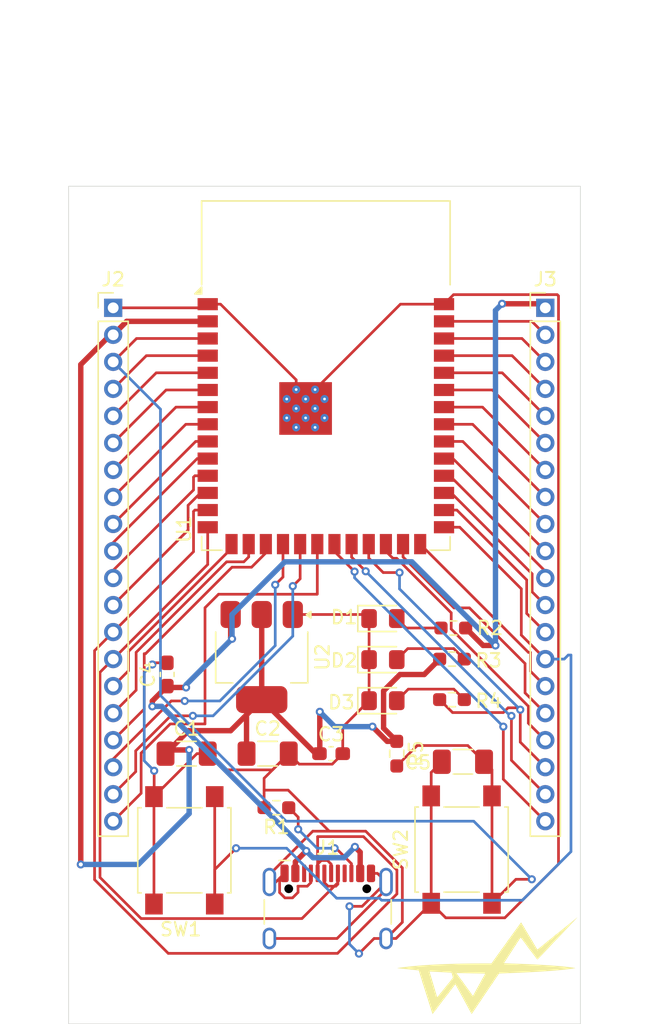
<source format=kicad_pcb>
(kicad_pcb (version 20241229) (generator "pcbnew") (generator_version "9.0")
  (layers (0 "F.Cu" signal) (2 "B.Cu" signal) (13 "F.Paste" user) (15 "B.Paste" user) (5 "F.SilkS" user "F.Silkscreen") (7 "B.SilkS" user "B.Silkscreen") (1 "F.Mask" user) (3 "B.Mask" user) (25 "Edge.Cuts" user))
  (net 0 "")
  (net 1 "+3V3")
  (net 2 "GND")
  (net 3 "+5V")
  (net 4 "EN")
  (net 5 "Net-(D1-A)")
  (net 6 "Net-(D2-A)")
  (net 7 "Net-(D3-A)")
  (net 8 "D+")
  (net 9 "Net-(J1-CC2)")
  (net 12 "D-")
  (net 13 "GPIO3")
  (net 14 "GPIO8")
  (net 15 "GPIO15")
  (net 16 "GPIO4")
  (net 17 "GPIO6")
  (net 18 "GPIO9")
  (net 19 "GPIO7")
  (net 20 "GPIO12")
  (net 21 "GPIO46")
  (net 22 "GPIO18")
  (net 23 "GPIO16")
  (net 24 "GPIO11")
  (net 25 "GPIO5")
  (net 26 "GPIO10")
  (net 27 "GPIO17")
  (net 28 "GPIO45")
  (net 29 "GPIO35")
  (net 30 "GPIO0")
  (net 31 "GPIO39")
  (net 32 "GPIO21")
  (net 33 "GPIO42")
  (net 34 "GPIO2")
  (net 35 "GPIO43")
  (net 36 "GPIO38")
  (net 37 "GPIO48")
  (net 38 "GPIO37")
  (net 39 "GPIO41")
  (net 40 "GPIO13")
  (net 41 "GPIO40")
  (net 42 "GPIO44")
  (net 43 "GPIO36")
  (net 44 "GPIO47")
  (net 45 "GPIO14")
  (net 46 "GPIO1")
  (footprint "Resistor_SMD:R_0603_1608Metric_Pad0.98x0.95mm_HandSolder" (layer "F.Cu") (at 173.1875 70.7 180)
    (property "Reference" "R2")
    (property "Value" "5.1k")
  )
  (footprint "Resistor_SMD:R_0603_1608Metric_Pad0.98x0.95mm_HandSolder" (layer "F.Cu") (at 160.0875 84 180)
    (property "Reference" "R1")
    (property "Value" "5.1k")
  )
  (footprint "Resistor_SMD:R_0603_1608Metric_Pad0.98x0.95mm_HandSolder" (layer "F.Cu") (at 173.0875 73)
    (property "Reference" "R3")
    (property "Value" "5.1k")
  )
  (footprint "LED_SMD:LED_0805_2012Metric_Pad1.15x1.40mm_HandSolder" (layer "F.Cu") (at 167.975 76.08)
    (property "Reference" "D3")
    (property "Value" "BLUE")
  )
  (footprint "LED_SMD:LED_0805_2012Metric_Pad1.15x1.40mm_HandSolder" (layer "F.Cu") (at 167.975 73.04)
    (property "Reference" "D2")
    (property "Value" "GREEN")
  )
  (footprint "Capacitor_SMD:C_1206_3216Metric_Pad1.33x1.80mm_HandSolder" (layer "F.Cu") (at 153.4375 80)
    (property "Reference" "C1")
    (property "Value" "10uf")
  )
  (footprint "Connector_PinHeader_2.00mm:PinHeader_1x20_P2.00mm_Vertical" (layer "F.Cu") (at 148 47)
    (property "Reference" "J2")
    (property "Value" "Conn_01x20_Pin")
  )
  (footprint "RF_Module:ESP32-S3-WROOM-1" (layer "F.Cu") (at 163.75 51.99)
    (property "Reference" "U1")
    (property "Value" "ESP32-S3-WROOM-1")
  )
  (footprint "Resistor_SMD:R_0603_1608Metric_Pad0.98x0.95mm_HandSolder" (layer "F.Cu") (at 169 80 -90)
    (property "Reference" "R5")
    (property "Value" "5.1K")
  )
  (footprint "Button_Switch_SMD:SW_SPST_B3S-1000" (layer "F.Cu") (at 173.8 87.1 90)
    (property "Reference" "SW2")
    (property "Value" "SW_Push")
  )
  (footprint "Resistor_SMD:R_0603_1608Metric_Pad0.98x0.95mm_HandSolder" (layer "F.Cu") (at 173.0875 76)
    (property "Reference" "R4")
    (property "Value" "5.1k")
  )
  (footprint "Connector_USB:USB_C_Receptacle_HCTL_HC-TYPE-C-16P-01A" (layer "F.Cu") (at 163.89 92.605)
    (property "Reference" "J1")
    (property "Value" "USB_C_Receptacle_USB2.0_16P")
  )
  (footprint "LED_SMD:LED_0805_2012Metric_Pad1.15x1.40mm_HandSolder" (layer "F.Cu") (at 167.975 70)
    (property "Reference" "D1")
    (property "Value" "RED")
  )
  (footprint "Connector_PinHeader_2.00mm:PinHeader_1x20_P2.00mm_Vertical" (layer "F.Cu") (at 180 47)
    (property "Reference" "J3")
    (property "Value" "Conn_01x20_Pin")
  )
  (footprint "Capacitor_SMD:C_1206_3216Metric_Pad1.33x1.80mm_HandSolder" (layer "F.Cu") (at 173.9 80.6 180)
    (property "Reference" "C5")
    (property "Value" "10uf")
  )
  (footprint "Capacitor_SMD:C_0603_1608Metric_Pad1.08x0.95mm_HandSolder" (layer "F.Cu") (at 152 74.1375 90)
    (property "Reference" "C4")
    (property "Value" "100nf")
  )
  (footprint "Button_Switch_SMD:SW_SPST_B3S-1000" (layer "F.Cu") (at 153.27 87.155 90)
    (property "Reference" "SW1")
    (property "Value" "SW_Push")
  )
  (footprint "Capacitor_SMD:C_1206_3216Metric_Pad1.33x1.80mm_HandSolder" (layer "F.Cu") (at 159.4375 80)
    (property "Reference" "C2")
    (property "Value" "22uf")
  )
  (footprint "Capacitor_SMD:C_0603_1608Metric_Pad1.08x0.95mm_HandSolder" (layer "F.Cu") (at 164.1375 80)
    (property "Reference" "C3")
    (property "Value" "100nf")
  )
  (footprint "Logos_Images:CyberpunkSmall" (layer "F.Cu") (at 175.7 95.7 90)
    (property "Reference" "G***" (hide yes))
    (property "Value" "LOGO" (hide yes))
  )
  (footprint "Package_TO_SOT_SMD:SOT-223-3_TabPin2" (layer "F.Cu") (at 159 72.85 -90)
    (property "Reference" "U2")
    (property "Value" "LD1117S33TR_SOT223")
  )
  (gr_rect (start 144.7 38) (end 182.6 100) (stroke (width 0.05)) (fill no) (layer "Edge.Cuts"))
  (segment (start 157.875 77.125) (end 159 76) (width 0.4) (layer "F.Cu") (net 1))
  (segment (start 157.875 80) (end 157.875 77.125) (width 0.4) (layer "F.Cu") (net 1))
  (segment (start 148 49) (end 147.8 49) (width 0.4) (layer "F.Cu") (net 1))
  (segment (start 147.8 49) (end 147.7 49.1) (width 0.4) (layer "F.Cu") (net 1))
  (segment (start 151.875 80) (end 153.575 78.3) (width 0.4) (layer "F.Cu") (net 1))
  (segment (start 163 80) (end 159 76) (width 0.4) (layer "F.Cu") (net 1))
  (segment (start 149 48) (end 155 48) (width 0.4) (layer "F.Cu") (net 1))
  (segment (start 168.2875 79.0875) (end 167.2 78) (width 0.4) (layer "F.Cu") (net 1))
  (segment (start 147.7 49.1) (end 145.6 51.2) (width 0.4) (layer "F.Cu") (net 1))
  (segment (start 163.3 79.975) (end 163.275 80) (width 0.4) (layer "F.Cu") (net 1))
  (segment (start 153.625735 79.725735) (end 152.149265 79.725735) (width 0.4) (layer "F.Cu") (net 1))
  (segment (start 169 79.0875) (end 168.2875 79.0875) (width 0.4) (layer "F.Cu") (net 1))
  (segment (start 152.149265 79.725735) (end 151.875 80) (width 0.4) (layer "F.Cu") (net 1))
  (segment (start 163.3 76.9) (end 163.3 79.975) (width 0.4) (layer "F.Cu") (net 1))
  (segment (start 148 49) (end 149 48) (width 0.4) (layer "F.Cu") (net 1))
  (segment (start 159 76) (end 159 69.7) (width 0.4) (layer "F.Cu") (net 1))
  (segment (start 171.034 74.141) (end 172.175 73) (width 0.4) (layer "F.Cu") (net 1))
  (segment (start 169.23642 74.141) (end 171.034 74.141) (width 0.4) (layer "F.Cu") (net 1))
  (segment (start 145.6 51.2) (end 145.6 88.2) (width 0.4) (layer "F.Cu") (net 1))
  (segment (start 168.024 75.35342) (end 169.23642 74.141) (width 0.4) (layer "F.Cu") (net 1))
  (segment (start 156.7 78.3) (end 159 76) (width 0.4) (layer "F.Cu") (net 1))
  (segment (start 168.024 78.1115) (end 168.024 75.35342) (width 0.4) (layer "F.Cu") (net 1))
  (segment (start 169 79.0875) (end 168.024 78.1115) (width 0.4) (layer "F.Cu") (net 1))
  (segment (start 153.575 78.3) (end 156.7 78.3) (width 0.4) (layer "F.Cu") (net 1))
  (segment (start 163.275 80) (end 163 80) (width 0.4) (layer "F.Cu") (net 1))
  (via (at 145.6 88.2) (size 0.6) (drill 0.3) (layers "F.Cu" "B.Cu") (net 1))
  (via (at 167.2 78) (size 0.6) (drill 0.3) (layers "F.Cu" "B.Cu") (net 1))
  (via (at 163.3 76.9) (size 0.6) (drill 0.3) (layers "F.Cu" "B.Cu") (net 1))
  (via (at 153.625735 79.725735) (size 0.6) (drill 0.3) (layers "F.Cu" "B.Cu") (net 1))
  (segment (start 167.2 78) (end 164.4 78) (width 0.4) (layer "B.Cu") (net 1))
  (segment (start 145.6 88.2) (end 149.860058 88.2) (width 0.4) (layer "B.Cu") (net 1))
  (segment (start 153.625735 84.434323) (end 153.625735 79.725735) (width 0.4) (layer "B.Cu") (net 1))
  (segment (start 149.860058 88.2) (end 153.625735 84.434323) (width 0.4) (layer "B.Cu") (net 1))
  (segment (start 164.4 78) (end 163.3 76.9) (width 0.4) (layer "B.Cu") (net 1))
  (segment (start 159.57 89.5) (end 159.57 88.95) (width 0.2) (layer "F.Cu") (net 2))
  (segment (start 166.95 73.04) (end 166.95 76.08) (width 0.2) (layer "F.Cu") (net 2))
  (segment (start 168.21 89.526008) (end 166.436008 91.3) (width 0.2) (layer "F.Cu") (net 2))
  (segment (start 154.73 47) (end 155 46.73) (width 0.2) (layer "F.Cu") (net 2))
  (segment (start 152 73.275) (end 151.025 73.275) (width 0.2) (layer "F.Cu") (net 2))
  (segment (start 168.21 93.68) (end 168.945 93.68) (width 0.2) (layer "F.Cu") (net 2))
  (segment (start 168.21 89.5) (end 168.21 89.526008) (width 0.2) (layer "F.Cu") (net 2))
  (segment (start 159.57 88.95) (end 162.781 85.739) (width 0.2) (layer "F.Cu") (net 2))
  (segment (start 167.57 88.86) (end 168.21 89.5) (width 0.2) (layer "F.Cu") (net 2))
  (segment (start 159.57 93.68) (end 164.58 93.68) (width 0.2) (layer "F.Cu") (net 2))
  (segment (start 148 47) (end 154.73 47) (width 0.2) (layer "F.Cu") (net 2))
  (segment (start 162.64 88.86) (end 162.64 89.543824) (width 0.2) (layer "F.Cu") (net 2))
  (segment (start 155 80) (end 156.201 81.201) (width 0.2) (layer "F.Cu") (net 2))
  (segment (start 164 85.739) (end 166.698885 85.739) (width 0.2) (layer "F.Cu") (net 2))
  (segment (start 161.689 89.811) (end 161.689 90.267008) (width 0.2) (layer "F.Cu") (net 2))
  (segment (start 180.883 46.024) (end 173.206 46.024) (width 0.2) (layer "F.Cu") (net 2))
  (segment (start 165 80) (end 164.224 80.776) (width 0.2) (layer "F.Cu") (net 2))
  (segment (start 160.324 90.280008) (end 160.324 89.226) (width 0.2) (layer "F.Cu") (net 2))
  (segment (start 166.2 94.8) (end 167.32 93.68) (width 0.2) (layer "F.Cu") (net 2))
  (segment (start 173.206 46.024) (end 172.5 46.73) (width 0.2) (layer "F.Cu") (net 2))
  (segment (start 155 46.73) (end 155.95 46.73) (width 0.2) (layer "F.Cu") (net 2))
  (segment (start 154.2 80) (end 155 80) (width 0.2) (layer "F.Cu") (net 2))
  (segment (start 151.025 73.275) (end 150.9 73.4) (width 0.2) (layer "F.Cu") (net 2))
  (segment (start 166.65 69.7) (end 166.95 70) (width 0.2) (layer "F.Cu") (net 2))
  (segment (start 160.324 89.226) (end 160.69 88.86) (width 0.2) (layer "F.Cu") (net 2))
  (segment (start 172.5 46.73) (end 169.27 46.73) (width 0.2) (layer "F.Cu") (net 2))
  (segment (start 169.412 88.452115) (end 169.412 92.478) (width 0.2) (layer "F.Cu") (net 2))
  (segment (start 155.95 46.73) (end 161.55 52.33) (width 0.2) (layer "F.Cu") (net 2))
  (segment (start 164 85.739) (end 160.961 82.7) (width 0.2) (layer "F.Cu") (net 2))
  (segment (start 166.436008 91.3) (end 165.5 91.3) (width 0.2) (layer "F.Cu") (net 2))
  (segment (start 171.55 83.125) (end 171.55 91.075) (width 0.2) (layer "F.Cu") (net 2))
  (segment (start 159.57 89.5) (end 160.05 89.5) (width 0.2) (layer "F.Cu") (net 2))
  (segment (start 168.945 93.68) (end 171.55 91.075) (width 0.2) (layer "F.Cu") (net 2))
  (segment (start 167.32 93.68) (end 168.21 93.68) (width 0.2) (layer "F.Cu") (net 2))
  (segment (start 165 80) (end 165 78.03) (width 0.2) (layer "F.Cu") (net 2))
  (segment (start 156.201 81.201) (end 159.799 81.201) (width 0.2) (layer "F.Cu") (net 2))
  (segment (start 160.961 82.7) (end 159.175 82.7) (width 0.2) (layer "F.Cu") (net 2))
  (segment (start 161.3 69.7) (end 166.65 69.7) (width 0.2) (layer "F.Cu") (net 2))
  (segment (start 171.55 83.125) (end 171.55 81.3875) (width 0.2) (layer "F.Cu") (net 2))
  (segment (start 161.689 90.267008) (end 161.280008 90.676) (width 0.2) (layer "F.Cu") (net 2))
  (segment (start 162.64 89.543824) (end 162.372824 89.811) (width 0.2) (layer "F.Cu") (net 2))
  (segment (start 171.55 81.3875) (end 172.3375 80.6) (width 0.2) (layer "F.Cu") (net 2))
  (segment (start 172.626 92.151) (end 177.001 92.151) (width 0.2) (layer "F.Cu") (net 2))
  (segment (start 180.976 88.176) (end 180.976 46.117) (width 0.2) (layer "F.Cu") (net 2))
  (segment (start 164.224 80.776) (end 161.776 80.776) (width 0.2) (layer "F.Cu") (net 2))
  (segment (start 168.21 90.05) (end 168.21 89.5) (width 0.2) (layer "F.Cu") (net 2))
  (segment (start 159.175 81.825) (end 161 80) (width 0.2) (layer "F.Cu") (net 2))
  (segment (start 166.95 70) (end 166.95 73.04) (width 0.2) (layer "F.Cu") (net 2))
  (segment (start 177.001 92.151) (end 180.976 88.176) (width 0.2) (layer "F.Cu") (net 2))
  (segment (start 151.02 91.13) (end 151.02 83.18) (width 0.2) (layer "F.Cu") (net 2))
  (segment (start 161.776 80.776) (end 161 80) (width 0.2) (layer "F.Cu") (net 2))
  (segment (start 166.698885 85.739) (end 169.412 88.452115) (width 0.2) (layer "F.Cu") (net 2))
  (segment (start 159.175 82.7) (end 159.175 81.825) (width 0.2) (layer "F.Cu") (net 2))
  (segment (start 171.55 91.075) (end 172.626 92.151) (width 0.2) (layer "F.Cu") (net 2))
  (segment (start 164.58 93.68) (end 168.21 90.05) (width 0.2) (layer "F.Cu") (net 2))
  (segment (start 180.976 46.117) (end 180.883 46.024) (width 0.2) (layer "F.Cu") (net 2))
  (segment (start 151.034855 81.266275) (end 151.034855 83.165145) (width 0.2) (layer "F.Cu") (net 2))
  (segment (start 162.372824 89.811) (end 161.689 89.811) (width 0.2) (layer "F.Cu") (net 2))
  (segment (start 169.412 92.478) (end 168.21 93.68) (width 0.2) (layer "F.Cu") (net 2))
  (segment (start 167.09 88.86) (end 167.57 88.86) (width 0.2) (layer "F.Cu") (net 2))
  (segment (start 160.719992 90.676) (end 160.324 90.280008) (width 0.2) (layer "F.Cu") (net 2))
  (segment (start 162.781 85.739) (end 164 85.739) (width 0.2) (layer "F.Cu") (net 2))
  (segment (start 159.799 81.201) (end 161 80) (width 0.2) (layer "F.Cu") (net 2))
  (segment (start 161.55 52.33) (end 161.55 53.05) (width 0.2) (layer "F.Cu") (net 2))
  (segment (start 151.02 83.18) (end 154.2 80) (width 0.2) (layer "F.Cu") (net 2))
  (segment (start 161.280008 90.676) (end 160.719992 90.676) (width 0.2) (layer "F.Cu") (net 2))
  (segment (start 169.27 46.73) (end 162.95 53.05) (width 0.2) (layer "F.Cu") (net 2))
  (segment (start 165 78.03) (end 166.95 76.08) (width 0.2) (layer "F.Cu") (net 2))
  (segment (start 151.034855 83.165145) (end 151.02 83.18) (width 0.2) (layer "F.Cu") (net 2))
  (segment (start 160.05 89.5) (end 160.69 88.86) (width 0.2) (layer "F.Cu") (net 2))
  (segment (start 159.175 84) (end 159.175 82.7) (width 0.2) (layer "F.Cu") (net 2))
  (segment (start 161.689 89.811) (end 161.676 89.811) (width 0.2) (layer "F.Cu") (net 2))
  (via (at 165.5 91.3) (size 0.6) (drill 0.3) (layers "F.Cu" "B.Cu") (net 2))
  (via (at 151.034855 81.266275) (size 0.6) (drill 0.3) (layers "F.Cu" "B.Cu") (net 2))
  (via (at 150.9 73.4) (size 0.6) (drill 0.3) (layers "F.Cu" "B.Cu") (net 2))
  (via (at 166.2 94.8) (size 0.6) (drill 0.3) (layers "F.Cu" "B.Cu") (net 2))
  (segment (start 150.299 74.001) (end 150.299 80.53042) (width 0.2) (layer "B.Cu") (net 2))
  (segment (start 150.299 80.53042) (end 151.034855 81.266275) (width 0.2) (layer "B.Cu") (net 2))
  (segment (start 150.9 73.4) (end 150.299 74.001) (width 0.2) (layer "B.Cu") (net 2))
  (segment (start 165.5 91.3) (end 165.5 94.1) (width 0.2) (layer "B.Cu") (net 2))
  (segment (start 165.5 94.1) (end 166.2 94.8) (width 0.2) (layer "B.Cu") (net 2))
  (segment (start 175.390198 71.990198) (end 174.1 70.7) (width 0.4) (layer "F.Cu") (net 3))
  (segment (start 152.1 75.1) (end 152 75) (width 0.4) (layer "F.Cu") (net 3))
  (segment (start 156.7 69.7) (end 156.7 71.4) (width 0.4) (layer "F.Cu") (net 3))
  (segment (start 166.29 88.86) (end 166.29 87.29) (width 0.4) (layer "F.Cu") (net 3))
  (segment (start 150.9 76.1) (end 152 75) (width 0.4) (layer "F.Cu") (net 3))
  (segment (start 161.49 88.01) (end 162.3 87.2) (width 0.4) (layer "F.Cu") (net 3))
  (segment (start 150.9 76.5) (end 150.9 76.1) (width 0.4) (layer "F.Cu") (net 3))
  (segment (start 176.309802 71.990198) (end 175.390198 71.990198) (width 0.4) (layer "F.Cu") (net 3))
  (segment (start 166.29 87.29) (end 165.9 86.9) (width 0.4) (layer "F.Cu") (net 3))
  (segment (start 153.4 75.1) (end 152.1 75.1) (width 0.4) (layer "F.Cu") (net 3))
  (segment (start 156.7 71.4) (end 156.8 71.5) (width 0.4) (layer "F.Cu") (net 3))
  (segment (start 161.49 88.86) (end 161.49 88.01) (width 0.4) (layer "F.Cu") (net 3))
  (segment (start 176.8 46.7) (end 179.7 46.7) (width 0.4) (layer "F.Cu") (net 3))
  (segment (start 179.7 46.7) (end 180 47) (width 0.4) (layer "F.Cu") (net 3))
  (via (at 156.8 71.5) (size 0.6) (drill 0.3) (layers "F.Cu" "B.Cu") (net 3))
  (via (at 153.4 75.1) (size 0.6) (drill 0.3) (layers "F.Cu" "B.Cu") (net 3))
  (via (at 176.8 46.7) (size 0.6) (drill 0.3) (layers "F.Cu" "B.Cu") (net 3))
  (via (at 176.309802 71.990198) (size 0.6) (drill 0.3) (layers "F.Cu" "B.Cu") (net 3))
  (via (at 165.9 86.9) (size 0.6) (drill 0.3) (layers "F.Cu" "B.Cu") (net 3))
  (via (at 162.3 87.2) (size 0.6) (drill 0.3) (layers "F.Cu" "B.Cu") (net 3))
  (via (at 150.9 76.5) (size 0.6) (drill 0.3) (layers "F.Cu" "B.Cu") (net 3))
  (segment (start 156.8 71.5) (end 156.8 69.708636) (width 0.4) (layer "B.Cu") (net 3))
  (segment (start 176.309802 47.190198) (end 176.8 46.7) (width 0.4) (layer "B.Cu") (net 3))
  (segment (start 156.8 71.5) (end 153.4 74.9) (width 0.4) (layer "B.Cu") (net 3))
  (segment (start 162.3 87.2) (end 151.6 76.5) (width 0.4) (layer "B.Cu") (net 3))
  (segment (start 176.309802 71.990198) (end 176.309802 47.190198) (width 0.4) (layer "B.Cu") (net 3))
  (segment (start 170.118604 65.799) (end 176.309802 71.990198) (width 0.4) (layer "B.Cu") (net 3))
  (segment (start 165.9 86.9) (end 165.099 87.701) (width 0.4) (layer "B.Cu") (net 3))
  (segment (start 162.801 87.701) (end 162.3 87.2) (width 0.4) (layer "B.Cu") (net 3))
  (segment (start 165.099 87.701) (end 162.801 87.701) (width 0.4) (layer "B.Cu") (net 3))
  (segment (start 160.709636 65.799) (end 170.118604 65.799) (width 0.4) (layer "B.Cu") (net 3))
  (segment (start 156.8 69.708636) (end 160.709636 65.799) (width 0.4) (layer "B.Cu") (net 3))
  (segment (start 153.4 74.9) (end 153.4 75.1) (width 0.4) (layer "B.Cu") (net 3))
  (segment (start 151.6 76.5) (end 150.9 76.5) (width 0.4) (layer "B.Cu") (net 3))
  (segment (start 149.73 49.27) (end 155 49.27) (width 0.2) (layer "F.Cu") (net 4))
  (segment (start 176.05 91.075) (end 177.825 89.3) (width 0.2) (layer "F.Cu") (net 4))
  (segment (start 176.05 83.125) (end 176.05 81.1875) (width 0.2) (layer "F.Cu") (net 4))
  (segment (start 169 80.9125) (end 170.5135 79.399) (width 0.2) (layer "F.Cu") (net 4))
  (segment (start 176.05 91.075) (end 176.05 83.125) (width 0.2) (layer "F.Cu") (net 4))
  (segment (start 177.825 89.3) (end 179 89.3) (width 0.2) (layer "F.Cu") (net 4))
  (segment (start 174.2615 79.399) (end 175.4625 80.6) (width 0.2) (layer "F.Cu") (net 4))
  (segment (start 176.05 81.1875) (end 175.4625 80.6) (width 0.2) (layer "F.Cu") (net 4))
  (segment (start 148 51) (end 149.73 49.27) (width 0.2) (layer "F.Cu") (net 4))
  (segment (start 170.5135 79.399) (end 174.2615 79.399) (width 0.2) (layer "F.Cu") (net 4))
  (via (at 179 89.3) (size 0.6) (drill 0.3) (layers "F.Cu" "B.Cu") (net 4))
  (segment (start 179 89.3) (end 174.699 84.999) (width 0.2) (layer "B.Cu") (net 4))
  (segment (start 160.807521 84.999) (end 151.501 75.692479) (width 0.2) (layer "B.Cu") (net 4))
  (segment (start 174.699 84.999) (end 160.807521 84.999) (width 0.2) (layer "B.Cu") (net 4))
  (segment (start 151.501 54.501) (end 148 51) (width 0.2) (layer "B.Cu") (net 4))
  (segment (start 151.501 75.692479) (end 151.501 54.501) (width 0.2) (layer "B.Cu") (net 4))
  (segment (start 169.7 70.7) (end 169 70) (width 0.2) (layer "F.Cu") (net 5))
  (segment (start 172.275 70.7) (end 169.7 70.7) (width 0.2) (layer "F.Cu") (net 5))
  (segment (start 169.816 72.224) (end 173.224 72.224) (width 0.2) (layer "F.Cu") (net 6))
  (segment (start 173.224 72.224) (end 174 73) (width 0.2) (layer "F.Cu") (net 6))
  (segment (start 169 73.04) (end 169.816 72.224) (width 0.2) (layer "F.Cu") (net 6))
  (segment (start 174 76) (end 173.224 75.224) (width 0.2) (layer "F.Cu") (net 7))
  (segment (start 173.224 75.224) (end 169.856 75.224) (width 0.2) (layer "F.Cu") (net 7))
  (segment (start 169.856 75.224) (end 169 76.08) (width 0.2) (layer "F.Cu") (net 7))
  (segment (start 164.489 89.811) (end 164.64 89.66) (width 0.2) (layer "F.Cu") (net 8))
  (segment (start 147.024 89.161) (end 147.024 73.976) (width 0.2) (layer "F.Cu") (net 8))
  (segment (start 164.64 89.66) (end 164.64 88.86) (width 0.2) (layer "F.Cu") (net 8))
  (segment (start 164.64 88.86) (end 164.64 89.543824) (width 0.2) (layer "F.Cu") (net 8))
  (segment (start 163.64 88.86) (end 163.64 89.543824) (width 0.2) (layer "F.Cu") (net 8))
  (segment (start 155 66) (end 148 73) (width 0.2) (layer "F.Cu") (net 8))
  (segment (start 163.64 89.543824) (end 163.907176 89.811) (width 0.2) (layer "F.Cu") (net 8))
  (segment (start 161.977824 92.206) (end 150.069 92.206) (width 0.2) (layer "F.Cu") (net 8))
  (segment (start 147.024 73.976) (end 148 73) (width 0.2) (layer "F.Cu") (net 8))
  (segment (start 163.907176 89.811) (end 164.489 89.811) (width 0.2) (layer "F.Cu") (net 8))
  (segment (start 164.64 89.543824) (end 161.977824 92.206) (width 0.2) (layer "F.Cu") (net 8))
  (segment (start 155 63.24) (end 155 66) (width 0.2) (layer "F.Cu") (net 8))
  (segment (start 150.069 92.206) (end 147.024 89.161) (width 0.2) (layer "F.Cu") (net 8))
  (segment (start 165.64 88.14) (end 164.5 87) (width 0.2) (layer "F.Cu") (net 9))
  (segment (start 165.64 88.86) (end 165.64 88.14) (width 0.2) (layer "F.Cu") (net 9))
  (segment (start 161.7 84.7) (end 161 84) (width 0.2) (layer "F.Cu") (net 9))
  (segment (start 164.5 87) (end 164.4 87) (width 0.2) (layer "F.Cu") (net 9))
  (segment (start 161.7 85.6) (end 161.7 84.7) (width 0.2) (layer "F.Cu") (net 9))
  (via (at 164.4 87) (size 0.6) (drill 0.3) (layers "F.Cu" "B.Cu") (net 9))
  (via (at 161.7 85.6) (size 0.6) (drill 0.3) (layers "F.Cu" "B.Cu") (net 9))
  (segment (start 164.4 87) (end 163.1 87) (width 0.2) (layer "B.Cu") (net 9))
  (segment (start 163.1 87) (end 161.7 85.6) (width 0.2) (layer "B.Cu") (net 9))
  (segment (start 164.14 88.176176) (end 164.14 88.86) (width 0.2) (layer "F.Cu") (net 12))
  (segment (start 163.407176 87.909) (end 163.872824 87.909) (width 0.2) (layer "F.Cu") (net 12))
  (segment (start 146.623 89.3271) (end 146.623 72.377) (width 0.2) (layer "F.Cu") (net 12))
  (segment (start 163.14 88.86) (end 163.14 88.176176) (width 0.2) (layer "F.Cu") (net 12))
  (segment (start 169.011 88.618215) (end 169.011 90.381785) (width 0.2) (layer "F.Cu") (net 12))
  (segment (start 146.623 72.377) (end 148 71) (width 0.2) (layer "F.Cu") (net 12))
  (segment (start 164.611785 94.781) (end 152.0769 94.781) (width 0.2) (layer "F.Cu") (net 12))
  (segment (start 154.05 61.97) (end 155 61.97) (width 0.2) (layer "F.Cu") (net 12))
  (segment (start 166.532785 86.14) (end 169.011 88.618215) (width 0.2) (layer "F.Cu") (net 12))
  (segment (start 153.949 65.051) (end 153.949 62.071) (width 0.2) (layer "F.Cu") (net 12))
  (segment (start 152.0769 94.781) (end 146.623 89.3271) (width 0.2) (layer "F.Cu") (net 12))
  (segment (start 163.14 86.14) (end 166.532785 86.14) (width 0.2) (layer "F.Cu") (net 12))
  (segment (start 148 71) (end 153.949 65.051) (width 0.2) (layer "F.Cu") (net 12))
  (segment (start 169.011 90.381785) (end 164.611785 94.781) (width 0.2) (layer "F.Cu") (net 12))
  (segment (start 163.14 88.176176) (end 163.407176 87.909) (width 0.2) (layer "F.Cu") (net 12))
  (segment (start 163.872824 87.909) (end 164.14 88.176176) (width 0.2) (layer "F.Cu") (net 12))
  (segment (start 153.949 62.071) (end 154.05 61.97) (width 0.2) (layer "F.Cu") (net 12))
  (segment (start 163.14 88.86) (end 163.14 86.14) (width 0.2) (layer "F.Cu") (net 12))
  (segment (start 156.765 64.8021) (end 156.765 64.49) (width 0.2) (layer "F.Cu") (net 13))
  (segment (start 149.13355 73.86645) (end 149.13355 72.43355) (width 0.2) (layer "F.Cu") (net 13))
  (segment (start 148 75) (end 149.13355 73.86645) (width 0.2) (layer "F.Cu") (net 13))
  (segment (start 149.13355 72.43355) (end 156.765 64.8021) (width 0.2) (layer "F.Cu") (net 13))
  (segment (start 153.548 63.452) (end 153.548 61.62) (width 0.2) (layer "F.Cu") (net 14))
  (segment (start 153.548 61.62) (end 154.468 60.7) (width 0.2) (layer "F.Cu") (net 14))
  (segment (start 148 69) (end 153.548 63.452) (width 0.2) (layer "F.Cu") (net 14))
  (segment (start 154.468 60.7) (end 155 60.7) (width 0.2) (layer "F.Cu") (net 14))
  (segment (start 153.38 55.62) (end 148 61) (width 0.2) (layer "F.Cu") (net 15))
  (segment (start 155 55.62) (end 153.38 55.62) (width 0.2) (layer "F.Cu") (net 15))
  (segment (start 150.46 50.54) (end 155 50.54) (width 0.2) (layer "F.Cu") (net 16))
  (segment (start 148 53) (end 150.46 50.54) (width 0.2) (layer "F.Cu") (net 16))
  (segment (start 151.92 53.08) (end 148 57) (width 0.2) (layer "F.Cu") (net 17))
  (segment (start 155 53.08) (end 151.92 53.08) (width 0.2) (layer "F.Cu") (net 17))
  (segment (start 159.305 65.138992) (end 158.243992 66.2) (width 0.2) (layer "F.Cu") (net 18))
  (segment (start 150.4 72.6) (end 150.3 72.6) (width 0.2) (layer "F.Cu") (net 18))
  (segment (start 156.8 66.2) (end 150.4 72.6) (width 0.2) (layer "F.Cu") (net 18))
  (segment (start 150.3 72.6) (end 150.3 76.7) (width 0.2) (layer "F.Cu") (net 18))
  (segment (start 158.243992 66.2) (end 156.8 66.2) (width 0.2) (layer "F.Cu") (net 18))
  (segment (start 159.305 64.49) (end 159.305 65.138992) (width 0.2) (layer "F.Cu") (net 18))
  (segment (start 150.3 76.7) (end 148 79) (width 0.2) (layer "F.Cu") (net 18))
  (segment (start 152.65 54.35) (end 155 54.35) (width 0.2) (layer "F.Cu") (net 19))
  (segment (start 148 59) (end 152.65 54.35) (width 0.2) (layer "F.Cu") (net 19))
  (segment (start 150.069 79.95734) (end 152.22634 77.8) (width 0.2) (layer "F.Cu") (net 20))
  (segment (start 163.115 68.185) (end 163.115 64.49) (width 0.2) (layer "F.Cu") (net 20))
  (segment (start 154.8 69.2) (end 155.8 68.2) (width 0.2) (layer "F.Cu") (net 20))
  (segment (start 163.1 68.2) (end 163.115 68.185) (width 0.2) (layer "F.Cu") (net 20))
  (segment (start 148 85) (end 150.069 82.931) (width 0.2) (layer "F.Cu") (net 20))
  (segment (start 152.22634 77.8) (end 154.8 77.8) (width 0.2) (layer "F.Cu") (net 20))
  (segment (start 155.8 68.2) (end 163.1 68.2) (width 0.2) (layer "F.Cu") (net 20))
  (segment (start 150.069 82.931) (end 150.069 79.95734) (width 0.2) (layer "F.Cu") (net 20))
  (segment (start 154.8 77.8) (end 154.8 69.2) (width 0.2) (layer "F.Cu") (net 20))
  (segment (start 156.4 65.8) (end 157.675 65.8) (width 0.2) (layer "F.Cu") (net 21))
  (segment (start 148 77) (end 149.7 75.3) (width 0.2) (layer "F.Cu") (net 21))
  (segment (start 149.7 75.3) (end 149.7 72.5) (width 0.2) (layer "F.Cu") (net 21))
  (segment (start 158.035 65.44) (end 158.035 64.49) (width 0.2) (layer "F.Cu") (net 21))
  (segment (start 149.7 72.5) (end 156.4 65.8) (width 0.2) (layer "F.Cu") (net 21))
  (segment (start 157.675 65.8) (end 158.035 65.44) (width 0.2) (layer "F.Cu") (net 21))
  (segment (start 153.949 60.481) (end 153.949 59.531) (width 0.2) (layer "F.Cu") (net 22))
  (segment (start 148 67) (end 148 66.43) (width 0.2) (layer "F.Cu") (net 22))
  (segment (start 148 66.43) (end 153.949 60.481) (width 0.2) (layer "F.Cu") (net 22))
  (segment (start 153.949 59.531) (end 154.05 59.43) (width 0.2) (layer "F.Cu") (net 22))
  (segment (start 154.05 59.43) (end 155 59.43) (width 0.2) (layer "F.Cu") (net 22))
  (segment (start 148 63) (end 154.11 56.89) (width 0.2) (layer "F.Cu") (net 23))
  (segment (start 154.11 56.89) (end 155 56.89) (width 0.2) (layer "F.Cu") (net 23))
  (segment (start 152.25924 77.2) (end 153.9 77.2) (width 0.2) (layer "F.Cu") (net 24))
  (segment (start 149.668 79.79124) (end 152.25924 77.2) (width 0.2) (layer "F.Cu") (net 24))
  (segment (start 161.845 67.055) (end 161.845 64.49) (width 0.2) (layer "F.Cu") (net 24))
  (segment (start 148 83) (end 149.668 81.332) (width 0.2) (layer "F.Cu") (net 24))
  (segment (start 161.3 67.6) (end 161.845 67.055) (width 0.2) (layer "F.Cu") (net 24))
  (segment (start 149.668 81.332) (end 149.668 79.79124) (width 0.2) (layer "F.Cu") (net 24))
  (via (at 161.3 67.6) (size 0.6) (drill 0.3) (layers "F.Cu" "B.Cu") (net 24))
  (via (at 153.9 77.2) (size 0.6) (drill 0.3) (layers "F.Cu" "B.Cu") (net 24))
  (segment (start 161.3 71.3) (end 161.3 67.6) (width 0.2) (layer "B.Cu") (net 24))
  (segment (start 155.4 77.2) (end 161.3 71.3) (width 0.2) (layer "B.Cu") (net 24))
  (segment (start 153.9 77.2) (end 155.4 77.2) (width 0.2) (layer "B.Cu") (net 24))
  (segment (start 151.19 51.81) (end 155 51.81) (width 0.2) (layer "F.Cu") (net 25))
  (segment (start 148 55) (end 151.19 51.81) (width 0.2) (layer "F.Cu") (net 25))
  (segment (start 153.3 76.1) (end 152.3 76.1) (width 0.2) (layer "F.Cu") (net 26))
  (segment (start 160.575 64.49) (end 160.575 66.925) (width 0.2) (layer "F.Cu") (net 26))
  (segment (start 160.575 66.925) (end 160 67.5) (width 0.2) (layer "F.Cu") (net 26))
  (segment (start 148 80.4) (end 148 81) (width 0.2) (layer "F.Cu") (net 26))
  (segment (start 152.3 76.1) (end 148 80.4) (width 0.2) (layer "F.Cu") (net 26))
  (via (at 160 67.5) (size 0.6) (drill 0.3) (layers "F.Cu" "B.Cu") (net 26))
  (via (at 153.3 76.1) (size 0.6) (drill 0.3) (layers "F.Cu" "B.Cu") (net 26))
  (segment (start 160 72) (end 155.9 76.1) (width 0.2) (layer "B.Cu") (net 26))
  (segment (start 160 67.5) (end 160 72) (width 0.2) (layer "B.Cu") (net 26))
  (segment (start 155.9 76.1) (end 153.3 76.1) (width 0.2) (layer "B.Cu") (net 26))
  (segment (start 155 58.16) (end 154.220273 58.16) (width 0.2) (layer "F.Cu") (net 27))
  (segment (start 148 64.380273) (end 148 65) (width 0.2) (layer "F.Cu") (net 27))
  (segment (start 154.220273 58.16) (end 148 64.380273) (width 0.2) (layer "F.Cu") (net 27))
  (segment (start 178.9 72.5) (end 178.9 73.9) (width 0.2) (layer "F.Cu") (net 28))
  (segment (start 178.745 72.5) (end 178.9 72.5) (width 0.2) (layer "F.Cu") (net 28))
  (segment (start 170.735 64.49) (end 178.745 72.5) (width 0.2) (layer "F.Cu") (net 28))
  (segment (start 178.9 73.9) (end 180 75) (width 0.2) (layer "F.Cu") (net 28))
  (segment (start 178.623 69.623) (end 180 71) (width 0.2) (layer "F.Cu") (net 29))
  (segment (start 173.45 61.97) (end 178.623 67.143) (width 0.2) (layer "F.Cu") (net 29))
  (segment (start 178.623 67.143) (end 178.623 69.623) (width 0.2) (layer "F.Cu") (net 29))
  (segment (start 172.5 61.97) (end 173.45 61.97) (width 0.2) (layer "F.Cu") (net 29))
  (segment (start 173.662 63.24) (end 178.222 67.8) (width 0.2) (layer "F.Cu") (net 30))
  (segment (start 155.52 88.58) (end 157.1 87) (width 0.2) (layer "F.Cu") (net 30))
  (segment (start 172.5 63.24) (end 173.662 63.24) (width 0.2) (layer "F.Cu") (net 30))
  (segment (start 178.222 71.222) (end 180 73) (width 0.2) (layer "F.Cu") (net 30))
  (segment (start 155.52 83.18) (end 155.52 91.13) (width 0.2) (layer "F.Cu") (net 30))
  (segment (start 155.52 91.13) (end 155.52 88.58) (width 0.2) (layer "F.Cu") (net 30))
  (segment (start 178.222 67.8) (end 178.222 71.222) (width 0.2) (layer "F.Cu") (net 30))
  (via (at 157.1 87) (size 0.6) (drill 0.3) (layers "F.Cu" "B.Cu") (net 30))
  (segment (start 181.9 72.7) (end 181.7 72.7) (width 0.2) (layer "B.Cu") (net 30))
  (segment (start 157.1 87) (end 160.847943 87) (width 0.2) (layer "B.Cu") (net 30))
  (segment (start 178.298943 90.851) (end 181.9 87.249943) (width 0.2) (layer "B.Cu") (net 30))
  (segment (start 181.9 87.249943) (end 181.9 72.7) (width 0.2) (layer "B.Cu") (net 30))
  (segment (start 167.878215 90.851) (end 178.298943 90.851) (width 0.2) (layer "B.Cu") (net 30))
  (segment (start 160.847943 87) (end 164.547943 90.7) (width 0.2) (layer "B.Cu") (net 30))
  (segment (start 167.727215 90.7) (end 167.878215 90.851) (width 0.2) (layer "B.Cu") (net 30))
  (segment (start 164.547943 90.7) (end 167.727215 90.7) (width 0.2) (layer "B.Cu") (net 30))
  (segment (start 181.7 72.7) (end 181.4 73) (width 0.2) (layer "B.Cu") (net 30))
  (segment (start 181.4 73) (end 180 73) (width 0.2) (layer "B.Cu") (net 30))
  (segment (start 173.89 56.89) (end 180 63) (width 0.2) (layer "F.Cu") (net 31))
  (segment (start 172.5 56.89) (end 173.89 56.89) (width 0.2) (layer "F.Cu") (net 31))
  (segment (start 178.003837 76.605919) (end 178.144366 76.746448) (width 0.2) (layer "F.Cu") (net 32))
  (segment (start 176.889171 76.957976) (end 177.241228 76.605919) (width 0.2) (layer "F.Cu") (net 32))
  (segment (start 178.144366 76.746448) (end 178.144366 79.144366) (width 0.2) (layer "F.Cu") (net 32))
  (segment (start 166.925 64.49) (end 166.925 65.525) (width 0.2) (layer "F.Cu") (net 32))
  (segment (start 167.995315 66.595315) (end 169.204685 66.595315) (width 0.2) (layer "F.Cu") (net 32))
  (segment (start 173.132976 76.957976) (end 176.889171 76.957976) (width 0.2) (layer "F.Cu") (net 32))
  (segment (start 177.241228 76.605919) (end 178.003837 76.605919) (width 0.2) (layer "F.Cu") (net 32))
  (segment (start 172.175 76) (end 173.132976 76.957976) (width 0.2) (layer "F.Cu") (net 32))
  (segment (start 166.925 65.525) (end 167.995315 66.595315) (width 0.2) (layer "F.Cu") (net 32))
  (segment (start 178.144366 79.144366) (end 180 81) (width 0.2) (layer "F.Cu") (net 32))
  (via (at 178.144366 76.746448) (size 0.6) (drill 0.3) (layers "F.Cu" "B.Cu") (net 32))
  (via (at 169.204685 66.595315) (size 0.6) (drill 0.3) (layers "F.Cu" "B.Cu") (net 32))
  (segment (start 169.204685 67.806767) (end 178.144366 76.746448) (width 0.2) (layer "B.Cu") (net 32))
  (segment (start 169.204685 66.595315) (end 169.204685 67.806767) (width 0.2) (layer "B.Cu") (net 32))
  (segment (start 172.5 53.08) (end 176.08 53.08) (width 0.2) (layer "F.Cu") (net 33))
  (segment (start 176.08 53.08) (end 180 57) (width 0.2) (layer "F.Cu") (net 33))
  (segment (start 172.5 49.27) (end 178.27 49.27) (width 0.2) (layer "F.Cu") (net 34))
  (segment (start 178.27 49.27) (end 180 51) (width 0.2) (layer "F.Cu") (net 34))
  (segment (start 172.5 50.54) (end 177.54 50.54) (width 0.2) (layer "F.Cu") (net 35))
  (segment (start 177.54 50.54) (end 180 53) (width 0.2) (layer "F.Cu") (net 35))
  (segment (start 172.5 58.16) (end 173.16 58.16) (width 0.2) (layer "F.Cu") (net 36))
  (segment (start 173.16 58.16) (end 180 65) (width 0.2) (layer "F.Cu") (net 36))
  (segment (start 174.379184 69.21105) (end 178.499 73.330866) (width 0.2) (layer "F.Cu") (net 37))
  (segment (start 169.465 65.44) (end 173.23605 69.21105) (width 0.2) (layer "F.Cu") (net 37))
  (segment (start 178.499 75.499) (end 180 77) (width 0.2) (layer "F.Cu") (net 37))
  (segment (start 169.465 64.49) (end 169.465 65.44) (width 0.2) (layer "F.Cu") (net 37))
  (segment (start 178.499 73.330866) (end 178.499 75.499) (width 0.2) (layer "F.Cu") (net 37))
  (segment (start 173.23605 69.21105) (end 174.379184 69.21105) (width 0.2) (layer "F.Cu") (net 37))
  (segment (start 172.93 59.43) (end 180 66.5) (width 0.2) (layer "F.Cu") (net 38))
  (segment (start 180 66.5) (end 180 67) (width 0.2) (layer "F.Cu") (net 38))
  (segment (start 172.5 59.43) (end 172.93 59.43) (width 0.2) (layer "F.Cu") (net 38))
  (segment (start 175.35 54.35) (end 180 59) (width 0.2) (layer "F.Cu") (net 39))
  (segment (start 172.5 54.35) (end 175.35 54.35) (width 0.2) (layer "F.Cu") (net 39))
  (segment (start 164.385 64.49) (end 164.385 65.03353) (width 0.2) (layer "F.Cu") (net 40))
  (segment (start 164.385 65.03353) (end 165.875735 66.524265) (width 0.2) (layer "F.Cu") (net 40))
  (segment (start 176.890171 78) (end 176.890171 81.890171) (width 0.2) (layer "F.Cu") (net 40))
  (segment (start 176.890171 81.890171) (end 180 85) (width 0.2) (layer "F.Cu") (net 40))
  (via (at 165.875735 66.524265) (size 0.6) (drill 0.3) (layers "F.Cu" "B.Cu") (net 40))
  (via (at 176.890171 78) (size 0.6) (drill 0.3) (layers "F.Cu" "B.Cu") (net 40))
  (segment (start 165.875735 66.524265) (end 165.875735 66.985564) (width 0.2) (layer "B.Cu") (net 40))
  (segment (start 165.875735 66.985564) (end 176.890171 78) (width 0.2) (layer "B.Cu") (net 40))
  (segment (start 174.62 55.62) (end 180 61) (width 0.2) (layer "F.Cu") (net 41))
  (segment (start 172.5 55.62) (end 174.62 55.62) (width 0.2) (layer "F.Cu") (net 41))
  (segment (start 172.5 51.81) (end 176.81 51.81) (width 0.2) (layer "F.Cu") (net 42))
  (segment (start 176.81 51.81) (end 180 55) (width 0.2) (layer "F.Cu") (net 42))
  (segment (start 173.032 60.7) (end 179.024 66.692) (width 0.2) (layer "F.Cu") (net 43))
  (segment (start 179.024 66.692) (end 179.024 68.024) (width 0.2) (layer "F.Cu") (net 43))
  (segment (start 179.024 68.024) (end 180 69) (width 0.2) (layer "F.Cu") (net 43))
  (segment (start 172.5 60.7) (end 173.032 60.7) (width 0.2) (layer "F.Cu") (net 43))
  (segment (start 173.031634 69.573734) (end 168.9989 65.541) (width 0.2) (layer "F.Cu") (net 44))
  (segment (start 178.744366 77.744366) (end 178.744366 76.488732) (width 0.2) (layer "F.Cu") (net 44))
  (segment (start 178.744366 76.488732) (end 173.031634 70.776) (width 0.2) (layer "F.Cu") (net 44))
  (segment (start 180 79) (end 178.744366 77.744366) (width 0.2) (layer "F.Cu") (net 44))
  (segment (start 173.031634 70.776) (end 173.031634 69.573734) (width 0.2) (layer "F.Cu") (net 44))
  (segment (start 168.195 65.022) (end 168.195 64.49) (width 0.2) (layer "F.Cu") (net 44))
  (segment (start 168.714 65.541) (end 168.195 65.022) (width 0.2) (layer "F.Cu") (net 44))
  (segment (start 168.9989 65.541) (end 168.714 65.541) (width 0.2) (layer "F.Cu") (net 44))
  (segment (start 166.7 66.5) (end 165.655 65.455) (width 0.2) (layer "F.Cu") (net 45))
  (segment (start 177.490171 80.490171) (end 177.490171 77.206919) (width 0.2) (layer "F.Cu") (net 45))
  (segment (start 165.655 65.455) (end 165.655 64.49) (width 0.2) (layer "F.Cu") (net 45))
  (segment (start 180 83) (end 177.490171 80.490171) (width 0.2) (layer "F.Cu") (net 45))
  (via (at 166.7 66.5) (size 0.6) (drill 0.3) (layers "F.Cu" "B.Cu") (net 45))
  (via (at 177.490171 77.206919) (size 0.6) (drill 0.3) (layers "F.Cu" "B.Cu") (net 45))
  (segment (start 177.406919 77.206919) (end 166.7 66.5) (width 0.2) (layer "B.Cu") (net 45))
  (segment (start 177.490171 77.206919) (end 177.406919 77.206919) (width 0.2) (layer "B.Cu") (net 45))
  (segment (start 179 48) (end 172.5 48) (width 0.2) (layer "F.Cu") (net 46))
  (segment (start 180 49) (end 179 48) (width 0.2) (layer "F.Cu") (net 46))
)
</source>
